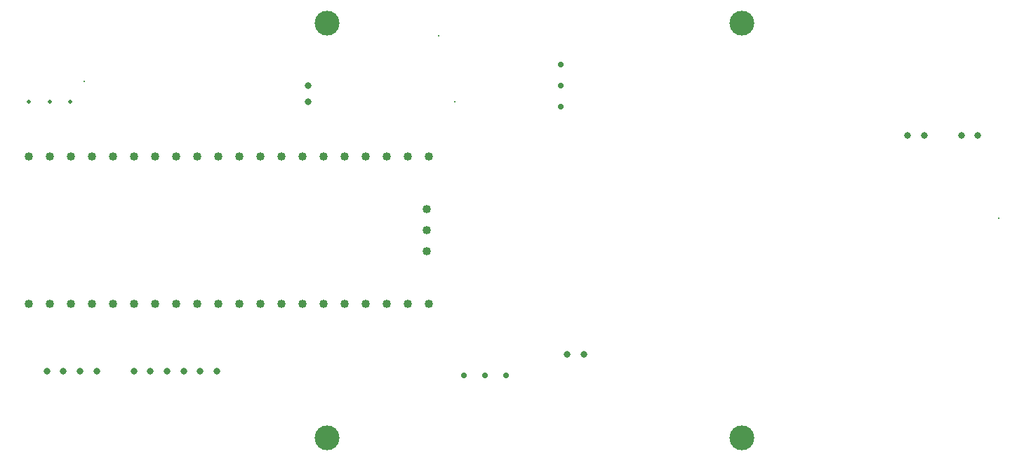
<source format=gbr>
%TF.GenerationSoftware,KiCad,Pcbnew,8.0.8*%
%TF.CreationDate,2025-01-23T17:01:09+02:00*%
%TF.ProjectId,gamma-spectrometer,67616d6d-612d-4737-9065-6374726f6d65,v0.0.4*%
%TF.SameCoordinates,Original*%
%TF.FileFunction,Plated,1,2,PTH,Drill*%
%TF.FilePolarity,Positive*%
%FSLAX46Y46*%
G04 Gerber Fmt 4.6, Leading zero omitted, Abs format (unit mm)*
G04 Created by KiCad (PCBNEW 8.0.8) date 2025-01-23 17:01:09*
%MOMM*%
%LPD*%
G01*
G04 APERTURE LIST*
%TA.AperFunction,ViaDrill*%
%ADD10C,0.300000*%
%TD*%
%TA.AperFunction,ViaDrill*%
%ADD11C,0.500000*%
%TD*%
%TA.AperFunction,ComponentDrill*%
%ADD12C,0.710000*%
%TD*%
%TA.AperFunction,ComponentDrill*%
%ADD13C,0.800000*%
%TD*%
%TA.AperFunction,ComponentDrill*%
%ADD14C,1.020000*%
%TD*%
%TA.AperFunction,ViaDrill*%
%ADD15C,3.000000*%
%TD*%
G04 APERTURE END LIST*
D10*
X96200000Y-67500000D03*
X139000000Y-62000000D03*
X140900000Y-70000000D03*
X206525000Y-84000000D03*
D11*
X89500000Y-70000000D03*
X92050000Y-70000000D03*
X94550000Y-70000000D03*
D12*
%TO.C,VR2*%
X142000000Y-103000000D03*
X144540000Y-103000000D03*
X147080000Y-103000000D03*
%TO.C,VR1*%
X153700000Y-65460000D03*
X153700000Y-68000000D03*
X153700000Y-70540000D03*
D13*
%TO.C,J1*%
X91700000Y-102450000D03*
X93700000Y-102450000D03*
X95700000Y-102450000D03*
X97700000Y-102450000D03*
%TO.C,J2*%
X102200000Y-102450000D03*
X104200000Y-102450000D03*
X106200000Y-102450000D03*
X108200000Y-102450000D03*
X110200000Y-102450000D03*
X112200000Y-102450000D03*
%TO.C,J3*%
X123250000Y-68000000D03*
X123250000Y-70000000D03*
%TO.C,J4*%
X154500000Y-100450000D03*
X156500000Y-100450000D03*
%TO.C,J6*%
X195525000Y-74050000D03*
X197525000Y-74050000D03*
%TO.C,J5*%
X202025000Y-74050000D03*
X204025000Y-74050000D03*
D14*
%TO.C,U1*%
X89500000Y-76590000D03*
X89500000Y-94370000D03*
X92040000Y-76590000D03*
X92040000Y-94370000D03*
X94580000Y-76590000D03*
X94580000Y-94370000D03*
X97120000Y-76590000D03*
X97120000Y-94370000D03*
X99660000Y-76590000D03*
X99660000Y-94370000D03*
X102200000Y-76590000D03*
X102200000Y-94370000D03*
X104740000Y-76590000D03*
X104740000Y-94370000D03*
X107280000Y-76590000D03*
X107280000Y-94370000D03*
X109820000Y-76590000D03*
X109820000Y-94370000D03*
X112360000Y-76590000D03*
X112360000Y-94370000D03*
X114900000Y-76590000D03*
X114900000Y-94370000D03*
X117440000Y-76590000D03*
X117440000Y-94370000D03*
X119980000Y-76590000D03*
X119980000Y-94370000D03*
X122520000Y-76590000D03*
X122520000Y-94370000D03*
X125060000Y-76590000D03*
X125060000Y-94370000D03*
X127600000Y-76590000D03*
X127600000Y-94370000D03*
X130140000Y-76590000D03*
X130140000Y-94370000D03*
X132680000Y-76590000D03*
X132680000Y-94370000D03*
X135220000Y-76590000D03*
X135220000Y-94370000D03*
X137530000Y-82940000D03*
X137530000Y-85480000D03*
X137530000Y-88020000D03*
X137760000Y-76590000D03*
X137760000Y-94370000D03*
%TD*%
D15*
X125500000Y-60500000D03*
X125500000Y-110500000D03*
X175500000Y-60500000D03*
X175500000Y-110500000D03*
M02*

</source>
